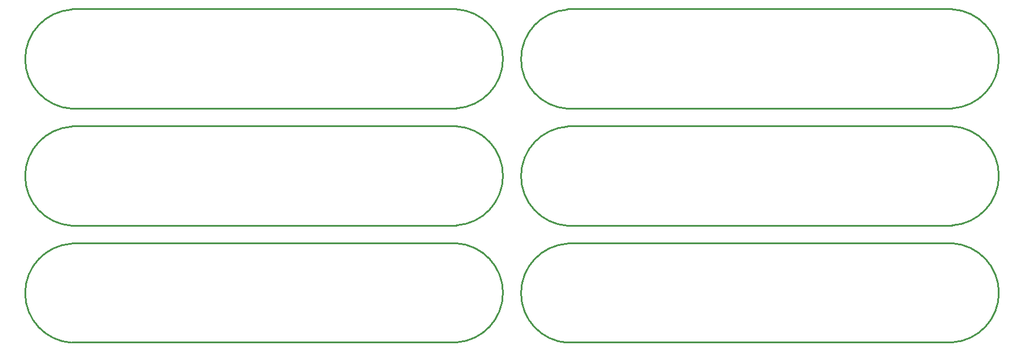
<source format=gko>
G04 Layer_Color=16711935*
%FSLAX44Y44*%
%MOMM*%
G71*
G01*
G75*
%ADD32C,0.2540*%
D32*
X655050Y517774D02*
G03*
X654981Y373765I4590J-72007D01*
G01*
Y374274D02*
X1213707D01*
Y374272D02*
G03*
X1213639Y518280I-4658J72002D01*
G01*
Y518774D01*
X655050D01*
Y687774D02*
G03*
X654981Y543765I4590J-72007D01*
G01*
Y544274D02*
X1213707D01*
Y544272D02*
G03*
X1213639Y688280I-4658J72002D01*
G01*
Y688774D01*
X655050D01*
Y857774D02*
G03*
X654981Y713765I4590J-72007D01*
G01*
Y714274D02*
X1213707D01*
Y714271D02*
G03*
X1213639Y858280I-4658J72002D01*
G01*
Y858774D01*
X655050D01*
X1374981Y374274D02*
X1933707D01*
Y374272D02*
G03*
X1933639Y518280I-4658J72002D01*
G01*
Y518774D01*
X1375049D01*
Y517774D02*
G03*
X1374981Y373765I4590J-72007D01*
G01*
X1375049Y687774D02*
G03*
X1374981Y543765I4590J-72007D01*
G01*
Y544274D02*
X1933707D01*
Y544272D02*
G03*
X1933639Y688280I-4658J72002D01*
G01*
Y688774D01*
X1375049D01*
Y857774D02*
G03*
X1374981Y713765I4590J-72007D01*
G01*
Y714274D02*
X1933707D01*
Y714271D02*
G03*
X1933639Y858280I-4658J72002D01*
G01*
Y858774D01*
X1375049D01*
M02*

</source>
